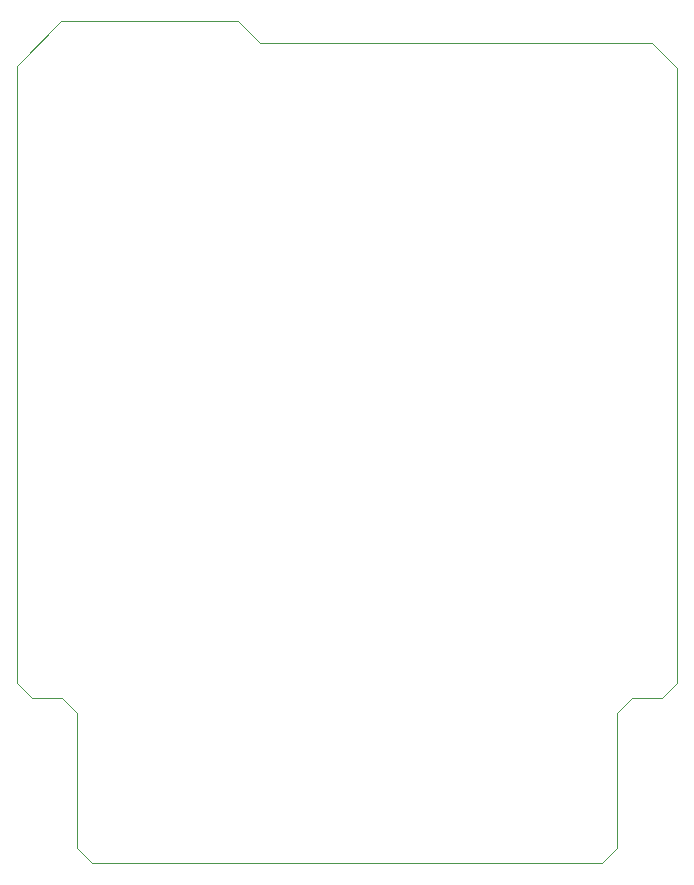
<source format=gbr>
G04 (created by PCBNEW (2013-may-18)-stable) date Пт 28 авг 2015 20:37:45*
%MOIN*%
G04 Gerber Fmt 3.4, Leading zero omitted, Abs format*
%FSLAX34Y34*%
G01*
G70*
G90*
G04 APERTURE LIST*
%ADD10C,0.00590551*%
%ADD11C,0.00393701*%
G04 APERTURE END LIST*
G54D10*
G54D11*
X46695Y-31455D02*
X46695Y-31690D01*
X48165Y-29985D02*
X46695Y-31455D01*
X46695Y-33500D02*
X46695Y-31690D01*
X54065Y-29985D02*
X48165Y-29985D01*
X54780Y-30700D02*
X54065Y-29985D01*
X67845Y-30700D02*
X54780Y-30700D01*
X46700Y-52050D02*
X46700Y-33500D01*
X68700Y-31550D02*
X67850Y-30700D01*
X68700Y-33050D02*
X68700Y-31550D01*
X49200Y-58049D02*
X66200Y-58049D01*
X68700Y-52049D02*
X68700Y-33049D01*
X68200Y-52549D02*
X68700Y-52049D01*
X67200Y-52549D02*
X68200Y-52549D01*
X66700Y-53049D02*
X67200Y-52549D01*
X66700Y-57549D02*
X66700Y-53049D01*
X66200Y-58049D02*
X66700Y-57549D01*
X47200Y-52549D02*
X46700Y-52049D01*
X48200Y-52549D02*
X47200Y-52549D01*
X48700Y-53049D02*
X48200Y-52549D01*
X48700Y-57549D02*
X48700Y-53049D01*
X48700Y-57549D02*
X49200Y-58049D01*
M02*

</source>
